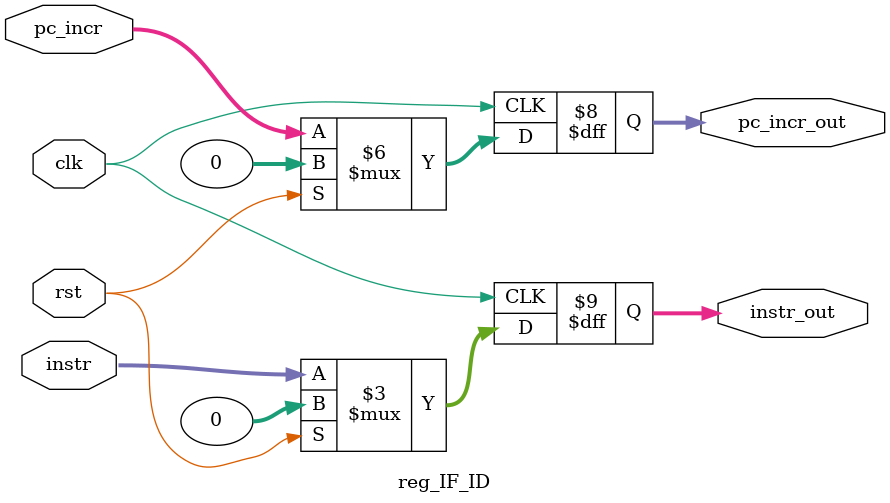
<source format=v>
module reg_IF_ID( clk, rst, pc_incr, instr, pc_incr_out, instr_out ); // ok
	input   clk, rst ;
	input  [31:0] pc_incr, instr;

    output reg [31:0] pc_incr_out, instr_out;

	always @(posedge clk)begin
		if (rst) begin

			pc_incr_out <= 32'd0;
			instr_out <= 32'd0;
		end
		else begin

			pc_incr_out <= pc_incr;
			instr_out <= instr;
		end
		
	end

endmodule

</source>
